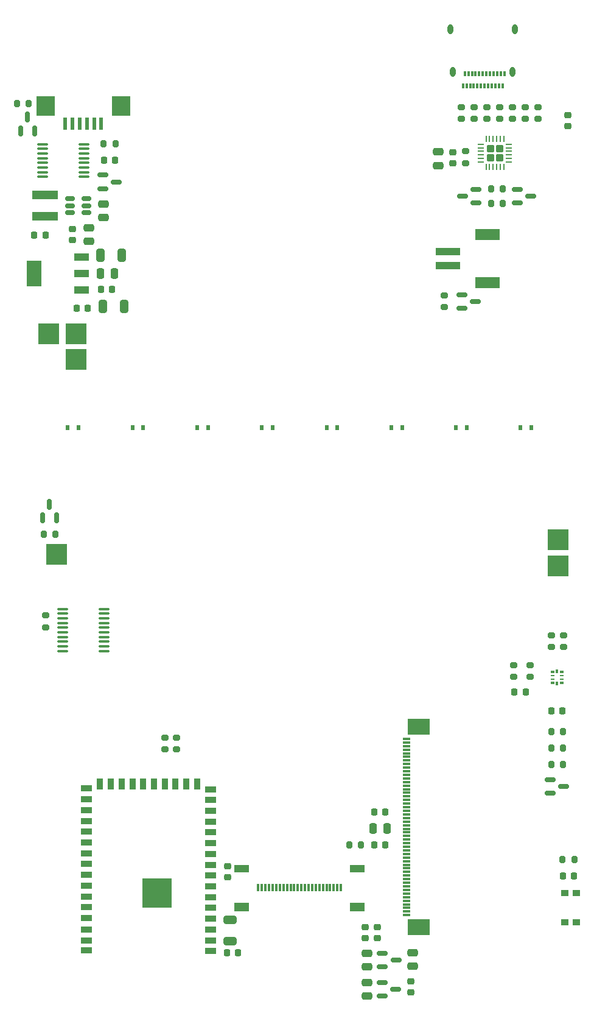
<source format=gbr>
G04 #@! TF.GenerationSoftware,KiCad,Pcbnew,6.0.11-2627ca5db0~126~ubuntu22.04.1*
G04 #@! TF.CreationDate,2025-05-27T11:10:10+02:00*
G04 #@! TF.ProjectId,qPocketPCR_Main,71506f63-6b65-4745-9043-525f4d61696e,rev?*
G04 #@! TF.SameCoordinates,Original*
G04 #@! TF.FileFunction,Paste,Top*
G04 #@! TF.FilePolarity,Positive*
%FSLAX46Y46*%
G04 Gerber Fmt 4.6, Leading zero omitted, Abs format (unit mm)*
G04 Created by KiCad (PCBNEW 6.0.11-2627ca5db0~126~ubuntu22.04.1) date 2025-05-27 11:10:10*
%MOMM*%
%LPD*%
G01*
G04 APERTURE LIST*
G04 Aperture macros list*
%AMRoundRect*
0 Rectangle with rounded corners*
0 $1 Rounding radius*
0 $2 $3 $4 $5 $6 $7 $8 $9 X,Y pos of 4 corners*
0 Add a 4 corners polygon primitive as box body*
4,1,4,$2,$3,$4,$5,$6,$7,$8,$9,$2,$3,0*
0 Add four circle primitives for the rounded corners*
1,1,$1+$1,$2,$3*
1,1,$1+$1,$4,$5*
1,1,$1+$1,$6,$7*
1,1,$1+$1,$8,$9*
0 Add four rect primitives between the rounded corners*
20,1,$1+$1,$2,$3,$4,$5,0*
20,1,$1+$1,$4,$5,$6,$7,0*
20,1,$1+$1,$6,$7,$8,$9,0*
20,1,$1+$1,$8,$9,$2,$3,0*%
G04 Aperture macros list end*
%ADD10R,2.000000X1.300000*%
%ADD11R,0.300000X1.000000*%
%ADD12R,0.300000X0.700000*%
%ADD13O,0.800000X1.400000*%
%ADD14R,1.100000X0.300000*%
%ADD15R,3.100000X2.300000*%
%ADD16RoundRect,0.150000X-0.587500X-0.150000X0.587500X-0.150000X0.587500X0.150000X-0.587500X0.150000X0*%
%ADD17R,0.500000X0.800000*%
%ADD18RoundRect,0.200000X-0.200000X-0.275000X0.200000X-0.275000X0.200000X0.275000X-0.200000X0.275000X0*%
%ADD19RoundRect,0.200000X0.275000X-0.200000X0.275000X0.200000X-0.275000X0.200000X-0.275000X-0.200000X0*%
%ADD20RoundRect,0.200000X0.200000X0.275000X-0.200000X0.275000X-0.200000X-0.275000X0.200000X-0.275000X0*%
%ADD21RoundRect,0.200000X-0.275000X0.200000X-0.275000X-0.200000X0.275000X-0.200000X0.275000X0.200000X0*%
%ADD22RoundRect,0.250000X-0.325000X-0.650000X0.325000X-0.650000X0.325000X0.650000X-0.325000X0.650000X0*%
%ADD23RoundRect,0.225000X-0.225000X-0.250000X0.225000X-0.250000X0.225000X0.250000X-0.225000X0.250000X0*%
%ADD24RoundRect,0.225000X-0.250000X0.225000X-0.250000X-0.225000X0.250000X-0.225000X0.250000X0.225000X0*%
%ADD25RoundRect,0.250000X-0.250000X-0.475000X0.250000X-0.475000X0.250000X0.475000X-0.250000X0.475000X0*%
%ADD26RoundRect,0.250000X0.475000X-0.250000X0.475000X0.250000X-0.475000X0.250000X-0.475000X-0.250000X0*%
%ADD27RoundRect,0.225000X0.225000X0.250000X-0.225000X0.250000X-0.225000X-0.250000X0.225000X-0.250000X0*%
%ADD28RoundRect,0.250000X-0.475000X0.250000X-0.475000X-0.250000X0.475000X-0.250000X0.475000X0.250000X0*%
%ADD29RoundRect,0.150000X0.150000X-0.587500X0.150000X0.587500X-0.150000X0.587500X-0.150000X-0.587500X0*%
%ADD30R,3.400000X1.500000*%
%ADD31R,3.500000X1.000000*%
%ADD32RoundRect,0.218750X0.256250X-0.218750X0.256250X0.218750X-0.256250X0.218750X-0.256250X-0.218750X0*%
%ADD33RoundRect,0.150000X0.587500X0.150000X-0.587500X0.150000X-0.587500X-0.150000X0.587500X-0.150000X0*%
%ADD34R,1.000000X0.900000*%
%ADD35R,3.000000X3.000000*%
%ADD36R,2.000000X1.000000*%
%ADD37RoundRect,0.250000X0.650000X-0.325000X0.650000X0.325000X-0.650000X0.325000X-0.650000X-0.325000X0*%
%ADD38RoundRect,0.100000X0.637500X0.100000X-0.637500X0.100000X-0.637500X-0.100000X0.637500X-0.100000X0*%
%ADD39R,1.500000X0.900000*%
%ADD40R,0.900000X1.500000*%
%ADD41R,4.100000X4.100000*%
%ADD42R,2.032000X1.016000*%
%ADD43R,2.032000X3.657600*%
%ADD44RoundRect,0.150000X0.512500X0.150000X-0.512500X0.150000X-0.512500X-0.150000X0.512500X-0.150000X0*%
%ADD45RoundRect,0.250000X-0.275000X0.275000X-0.275000X-0.275000X0.275000X-0.275000X0.275000X0.275000X0*%
%ADD46RoundRect,0.062500X-0.062500X0.350000X-0.062500X-0.350000X0.062500X-0.350000X0.062500X0.350000X0*%
%ADD47RoundRect,0.062500X-0.350000X0.062500X-0.350000X-0.062500X0.350000X-0.062500X0.350000X0.062500X0*%
%ADD48R,0.575000X0.300000*%
%ADD49R,0.575000X0.250000*%
%ADD50R,0.350000X0.630000*%
%ADD51R,3.600000X1.150000*%
%ADD52R,0.600000X1.700000*%
%ADD53R,2.500000X2.800000*%
%ADD54RoundRect,0.100000X-0.637500X-0.100000X0.637500X-0.100000X0.637500X0.100000X-0.637500X0.100000X0*%
G04 APERTURE END LIST*
D10*
X108050000Y-154389000D03*
X91950000Y-154389000D03*
D11*
X105750000Y-151689000D03*
X105250000Y-151689000D03*
X104750000Y-151689000D03*
X104250000Y-151689000D03*
X103750000Y-151689000D03*
X103250000Y-151689000D03*
X102750000Y-151689000D03*
X102250000Y-151689000D03*
X101750000Y-151689000D03*
X101250000Y-151689000D03*
X100750000Y-151689000D03*
X100250000Y-151689000D03*
X99750000Y-151689000D03*
X99250000Y-151689000D03*
X98750000Y-151689000D03*
X98250000Y-151689000D03*
X97750000Y-151689000D03*
X97250000Y-151689000D03*
X96750000Y-151689000D03*
X96250000Y-151689000D03*
X95750000Y-151689000D03*
X95250000Y-151689000D03*
X94750000Y-151689000D03*
X94250000Y-151689000D03*
D12*
X128230000Y-40210000D03*
X127730000Y-40210000D03*
X127230000Y-40210000D03*
X126730000Y-40210000D03*
X126230000Y-40210000D03*
X125730000Y-40210000D03*
X125230000Y-40210000D03*
X124730000Y-40210000D03*
X124230000Y-40210000D03*
X123730000Y-40210000D03*
X123230000Y-40210000D03*
X122730000Y-40210000D03*
X122980000Y-38510000D03*
X123480000Y-38510000D03*
X123980000Y-38510000D03*
X124480000Y-38510000D03*
X124980000Y-38510000D03*
X125480000Y-38510000D03*
X125980000Y-38510000D03*
X126480000Y-38510000D03*
X126980000Y-38510000D03*
X127480000Y-38510000D03*
X127980000Y-38510000D03*
X128480000Y-38510000D03*
D13*
X120990000Y-32350000D03*
X121350000Y-38300000D03*
X129610000Y-38300000D03*
X129970000Y-32350000D03*
D14*
X114900000Y-130990000D03*
X114900000Y-131490000D03*
X114900000Y-131990000D03*
X114900000Y-132490000D03*
X114900000Y-132990000D03*
X114900000Y-133490000D03*
X114900000Y-133990000D03*
X114900000Y-134490000D03*
X114900000Y-134990000D03*
X114900000Y-135490000D03*
X114900000Y-135990000D03*
X114900000Y-136490000D03*
X114900000Y-136990000D03*
X114900000Y-137490000D03*
X114900000Y-137990000D03*
X114900000Y-138490000D03*
X114900000Y-138990000D03*
X114900000Y-139490000D03*
X114900000Y-139990000D03*
X114900000Y-140490000D03*
X114900000Y-140990000D03*
X114900000Y-141490000D03*
X114900000Y-141990000D03*
X114900000Y-142490000D03*
X114900000Y-142990000D03*
X114900000Y-143490000D03*
X114900000Y-143990000D03*
X114900000Y-144490000D03*
X114900000Y-144990000D03*
X114900000Y-145490000D03*
X114900000Y-145990000D03*
X114900000Y-146490000D03*
X114900000Y-146990000D03*
X114900000Y-147490000D03*
X114900000Y-147990000D03*
X114900000Y-148490000D03*
X114900000Y-148990000D03*
X114900000Y-149490000D03*
X114900000Y-149990000D03*
X114900000Y-150490000D03*
X114900000Y-150990000D03*
X114900000Y-151490000D03*
X114900000Y-151990000D03*
X114900000Y-152490000D03*
X114900000Y-152990000D03*
X114900000Y-153490000D03*
X114900000Y-153990000D03*
X114900000Y-154490000D03*
X114900000Y-154990000D03*
X114900000Y-155490000D03*
D15*
X116600000Y-157160000D03*
X116600000Y-129320000D03*
D16*
X111508500Y-164833500D03*
X111508500Y-166733500D03*
X113383500Y-165783500D03*
D17*
X69250000Y-87698074D03*
X67750000Y-87698074D03*
X78250000Y-87698074D03*
X76750000Y-87698074D03*
X87250000Y-87698074D03*
X85750000Y-87698074D03*
X96250000Y-87698074D03*
X94750000Y-87698074D03*
X105250000Y-87698074D03*
X103750000Y-87698074D03*
X123250000Y-87698074D03*
X121750000Y-87698074D03*
X114250000Y-87698074D03*
X112750000Y-87698074D03*
D18*
X106896600Y-145720000D03*
X108546600Y-145720000D03*
D19*
X82880400Y-132461200D03*
X82880400Y-130811200D03*
X133147000Y-44818000D03*
X133147000Y-43168000D03*
D20*
X136639000Y-130025001D03*
X134989000Y-130025001D03*
X136639000Y-132258000D03*
X134989000Y-132258000D03*
X136639000Y-134544000D03*
X134989000Y-134544000D03*
D21*
X124257000Y-43168000D03*
X124257000Y-44818000D03*
D19*
X131369000Y-44818000D03*
X131369000Y-43168000D03*
D18*
X72747234Y-48269483D03*
X74397234Y-48269483D03*
D21*
X129591000Y-43168000D03*
X129591000Y-44818000D03*
D16*
X111524500Y-160769500D03*
X111524500Y-162669500D03*
X113399500Y-161719500D03*
D21*
X129768800Y-120726400D03*
X129768800Y-122376400D03*
X132054800Y-120726400D03*
X132054800Y-122376400D03*
D22*
X72284984Y-63751733D03*
X75234984Y-63751733D03*
D23*
X89877800Y-160706000D03*
X91427800Y-160706000D03*
D24*
X115494000Y-164676000D03*
X115494000Y-166226000D03*
D25*
X72301984Y-66291733D03*
X74201984Y-66291733D03*
D23*
X63078984Y-60954483D03*
X64628984Y-60954483D03*
D24*
X89992400Y-148704200D03*
X89992400Y-150254200D03*
D26*
X115684500Y-162606000D03*
X115684500Y-160706000D03*
X109398000Y-162672000D03*
X109398000Y-160772000D03*
X109398000Y-166733500D03*
X109398000Y-164833500D03*
D27*
X138180984Y-150038000D03*
X136630984Y-150038000D03*
D24*
X110795000Y-157137000D03*
X110795000Y-158687000D03*
D23*
X129882800Y-124472400D03*
X131432800Y-124472400D03*
X68999000Y-71139250D03*
X70549000Y-71139250D03*
D24*
X121336000Y-49441000D03*
X121336000Y-50991000D03*
D23*
X110401000Y-141148000D03*
X111951000Y-141148000D03*
D25*
X110226000Y-143434000D03*
X112126000Y-143434000D03*
D23*
X110401000Y-145720000D03*
X111951000Y-145720000D03*
X72349984Y-68482483D03*
X73899984Y-68482483D03*
D28*
X72743984Y-56623983D03*
X72743984Y-58523983D03*
D29*
X61211984Y-46465733D03*
X63111984Y-46465733D03*
X62161984Y-44590733D03*
D16*
X122562500Y-69266000D03*
X122562500Y-71166000D03*
X124437500Y-70216000D03*
D29*
X64252000Y-100302500D03*
X66152000Y-100302500D03*
X65202000Y-98427500D03*
D16*
X134876500Y-136642000D03*
X134876500Y-138542000D03*
X136751500Y-137592000D03*
D30*
X126162000Y-60884000D03*
X126162000Y-67584000D03*
D31*
X120612000Y-65234000D03*
X120612000Y-63234000D03*
D32*
X137338000Y-45860500D03*
X137338000Y-44285500D03*
D21*
X127813000Y-43168000D03*
X127813000Y-44818000D03*
D18*
X126607000Y-56566000D03*
X128257000Y-56566000D03*
D33*
X124559500Y-56500000D03*
X124559500Y-54600000D03*
X122684500Y-55550000D03*
D16*
X130304500Y-54600000D03*
X130304500Y-56500000D03*
X132179500Y-55550000D03*
D34*
X138497984Y-152400000D03*
X138497984Y-156500000D03*
X136897984Y-156500000D03*
X136897984Y-152400000D03*
D35*
X135941000Y-103302000D03*
X135941000Y-106985000D03*
X68885000Y-74727000D03*
X65075000Y-74727000D03*
D18*
X126607000Y-54534000D03*
X128257000Y-54534000D03*
D21*
X81229400Y-130811200D03*
X81229400Y-132461200D03*
D24*
X109144000Y-157137000D03*
X109144000Y-158687000D03*
D18*
X136580984Y-147752000D03*
X138230984Y-147752000D03*
D16*
X72613968Y-52634716D03*
X72613968Y-54534716D03*
X74488968Y-53584716D03*
D27*
X74347234Y-50555483D03*
X72797234Y-50555483D03*
D35*
X68885000Y-78283000D03*
X66211984Y-105328233D03*
D28*
X119304000Y-49393000D03*
X119304000Y-51293000D03*
D36*
X91942000Y-149022000D03*
X108052000Y-149022000D03*
D37*
X90348000Y-159133000D03*
X90348000Y-156183000D03*
D22*
X72617000Y-70885250D03*
X75567000Y-70885250D03*
D38*
X69986734Y-52886483D03*
X69986734Y-52236483D03*
X69986734Y-51586483D03*
X69986734Y-50936483D03*
X69986734Y-50286483D03*
X69986734Y-49636483D03*
X69986734Y-48986483D03*
X69986734Y-48336483D03*
X64261734Y-48336483D03*
X64261734Y-48986483D03*
X64261734Y-49636483D03*
X64261734Y-50286483D03*
X64261734Y-50936483D03*
X64261734Y-51586483D03*
X64261734Y-52236483D03*
X64261734Y-52886483D03*
D23*
X134988200Y-127139400D03*
X136538200Y-127139400D03*
D17*
X132250000Y-87698074D03*
X130750000Y-87698074D03*
D39*
X87617000Y-160490000D03*
X87617000Y-158990000D03*
X87617000Y-157490000D03*
X87617000Y-155990000D03*
X87617000Y-154490000D03*
X87617000Y-152990000D03*
X87617000Y-151490000D03*
X87617000Y-149990000D03*
X87617000Y-148490000D03*
X87617000Y-146990000D03*
X87617000Y-145490000D03*
X87617000Y-143990000D03*
X87617000Y-142490000D03*
X87617000Y-140990000D03*
X87617000Y-139490000D03*
X87617000Y-137990000D03*
D40*
X85742000Y-137240000D03*
X84242000Y-137240000D03*
X82742000Y-137240000D03*
X81242000Y-137240000D03*
X79742000Y-137240000D03*
X78242000Y-137240000D03*
X76742000Y-137240000D03*
X75242000Y-137240000D03*
X73742000Y-137240000D03*
X72242000Y-137240000D03*
D39*
X70367000Y-137890000D03*
X70367000Y-139390000D03*
X70367000Y-140890000D03*
X70367000Y-142390000D03*
X70367000Y-143890000D03*
X70367000Y-145390000D03*
X70367000Y-146890000D03*
X70367000Y-148390000D03*
X70367000Y-149890000D03*
X70367000Y-151390000D03*
X70367000Y-152890000D03*
X70367000Y-154390000D03*
X70367000Y-155890000D03*
X70367000Y-157490000D03*
X70367000Y-158990000D03*
X70367000Y-160390000D03*
D41*
X80182000Y-152450000D03*
D42*
X69695984Y-68577733D03*
D43*
X63091984Y-66291733D03*
D42*
X69695984Y-66291733D03*
X69695984Y-64005733D03*
D44*
X70325484Y-57840483D03*
X70325484Y-56890483D03*
X70325484Y-55940483D03*
X68050484Y-55940483D03*
X68050484Y-56890483D03*
X68050484Y-57840483D03*
D20*
X66036984Y-102528233D03*
X64386984Y-102528233D03*
D45*
X126528000Y-48931000D03*
X127828000Y-48931000D03*
X126528000Y-50231000D03*
X127828000Y-50231000D03*
D46*
X128428000Y-47643500D03*
X127928000Y-47643500D03*
X127428000Y-47643500D03*
X126928000Y-47643500D03*
X126428000Y-47643500D03*
X125928000Y-47643500D03*
D47*
X125240500Y-48331000D03*
X125240500Y-48831000D03*
X125240500Y-49331000D03*
X125240500Y-49831000D03*
X125240500Y-50331000D03*
X125240500Y-50831000D03*
D46*
X125928000Y-51518500D03*
X126428000Y-51518500D03*
X126928000Y-51518500D03*
X127428000Y-51518500D03*
X127928000Y-51518500D03*
X128428000Y-51518500D03*
D47*
X129115500Y-50831000D03*
X129115500Y-50331000D03*
X129115500Y-49831000D03*
X129115500Y-49331000D03*
X129115500Y-48831000D03*
X129115500Y-48331000D03*
D48*
X136451500Y-123215800D03*
D49*
X136451500Y-122715800D03*
X136451500Y-122215800D03*
D48*
X136451500Y-121715800D03*
D50*
X135814000Y-121605800D03*
D48*
X135176500Y-121715800D03*
D49*
X135176500Y-122215800D03*
X135176500Y-122715800D03*
D48*
X135176500Y-123215800D03*
D50*
X135814000Y-123325800D03*
D20*
X62336984Y-42728233D03*
X60686984Y-42728233D03*
D51*
X64615984Y-55415483D03*
X64615984Y-58365483D03*
D28*
X70711984Y-59938483D03*
X70711984Y-61838483D03*
D24*
X68425984Y-60113483D03*
X68425984Y-61663483D03*
D19*
X120111984Y-70978233D03*
X120111984Y-69328233D03*
D21*
X135052000Y-116573000D03*
X135052000Y-118223000D03*
D52*
X67411984Y-45508233D03*
X68411984Y-45508233D03*
X69411984Y-45508233D03*
X70411984Y-45508233D03*
X71411984Y-45508233D03*
X72411984Y-45508233D03*
D53*
X64661984Y-43058233D03*
X75161984Y-43058233D03*
D19*
X123114000Y-50978000D03*
X123114000Y-49328000D03*
X64705984Y-115477233D03*
X64705984Y-113827233D03*
D54*
X67050484Y-112934233D03*
X67050484Y-113584233D03*
X67050484Y-114234233D03*
X67050484Y-114884233D03*
X67050484Y-115534233D03*
X67050484Y-116184233D03*
X67050484Y-116834233D03*
X67050484Y-117484233D03*
X67050484Y-118134233D03*
X67050484Y-118784233D03*
X72775484Y-118784233D03*
X72775484Y-118134233D03*
X72775484Y-117484233D03*
X72775484Y-116834233D03*
X72775484Y-116184233D03*
X72775484Y-115534233D03*
X72775484Y-114884233D03*
X72775484Y-114234233D03*
X72775484Y-113584233D03*
X72775484Y-112934233D03*
D19*
X136728400Y-118223000D03*
X136728400Y-116573000D03*
D21*
X126035000Y-43168000D03*
X126035000Y-44818000D03*
X122479000Y-43168000D03*
X122479000Y-44818000D03*
M02*

</source>
